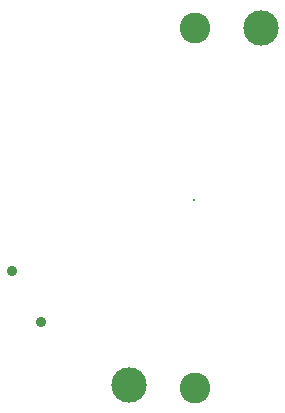
<source format=gbr>
G04 Generated by Ultiboard 13.0 *
%FSLAX34Y34*%
%MOMM*%

%ADD11C,3.0000*%
%ADD12C,2.6000*%
%ADD13C,0.3000*%
%ADD14C,0.9000*%


G04 ColorRGB 000000 for the following layer *
%LNDrill-Copper Top-Copper Bottom*%
%LPD*%
G54D11*
X354400Y442300D03*
X465700Y744500D03*
G54D12*
X409800Y744700D03*
X409800Y439700D03*
G54D13*
X409000Y599000D03*
G54D14*
X279500Y495200D03*
X255200Y538700D03*

M02*

</source>
